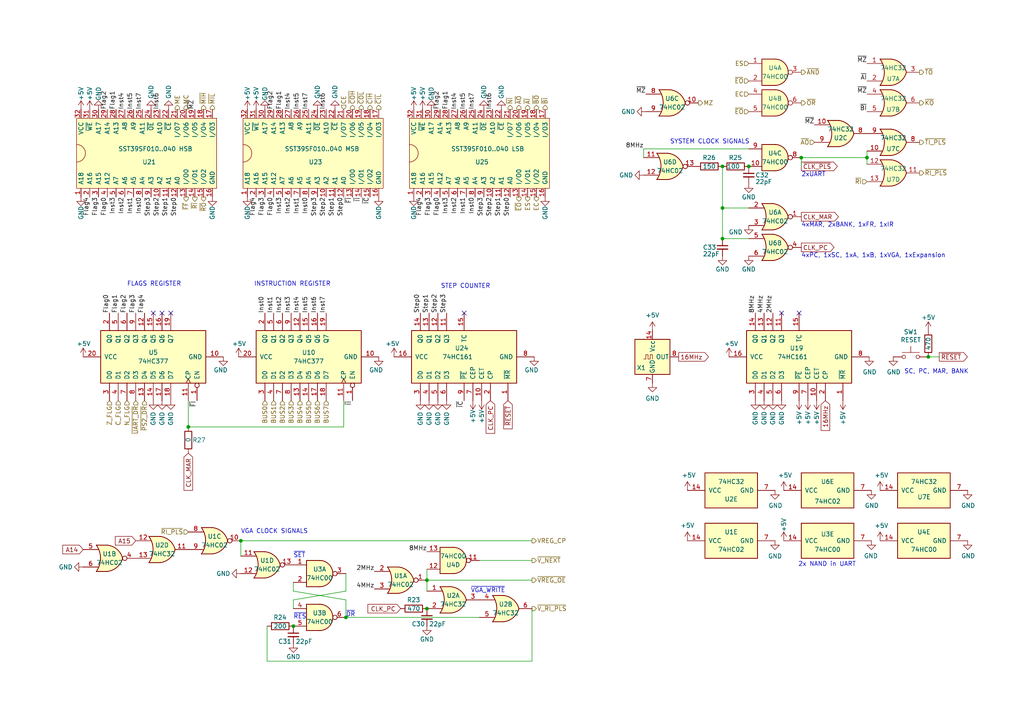
<source format=kicad_sch>
(kicad_sch (version 20211123) (generator eeschema)
  (paper "A4")
  (title_block (title "Control Logic") (date "2023-12-11") (rev "1.1") (comment 2 "creativecommons.org/licenses/by-nc-sa/4.0/") (comment 3 "This work is licensed under CC BY-NC-SA 4.0") (comment 4 "Author: Carsten Herting (slu4)"))
  (lib_symbols
    (symbol "74xx:74HC00" (pin_names (offset 1.016))
      (property "Reference" "U" (at 0 1.27 0))
      (property "Value" "74HC00" (at 0 -1.27 0))
      (symbol "74HC00_1_1"
        (pin input line (at -7.62 2.54 0) (length 3.81) (name "~") (number "1"))
        (pin input line (at -7.62 -2.54 0) (length 3.81) (name "~") (number "2"))
        (pin output inverted (at 7.62 0 180) (length 3.81) (name "~") (number "3"))
      )
      (symbol "74HC00_1_2"
        (pin input inverted (at -7.62 2.54 0) (length 4.318) (name "~") (number "1"))
        (pin input inverted (at -7.62 -2.54 0) (length 4.318) (name "~") (number "2"))
        (pin output line (at 7.62 0 180) (length 3.81) (name "~") (number "3"))
      )
      (symbol "74HC00_2_1"
        (pin input line (at -7.62 2.54 0) (length 3.81) (name "~") (number "4"))
        (pin input line (at -7.62 -2.54 0) (length 3.81) (name "~") (number "5"))
        (pin output inverted (at 7.62 0 180) (length 3.81) (name "~") (number "6"))
      )
      (symbol "74HC00_2_2"
        (pin input inverted (at -7.62 2.54 0) (length 4.318) (name "~") (number "4"))
        (pin input inverted (at -7.62 -2.54 0) (length 4.318) (name "~") (number "5"))
        (pin output line (at 7.62 0 180) (length 3.81) (name "~") (number "6"))
      )
      (symbol "74HC00_3_1"
        (pin input line (at -7.62 -2.54 0) (length 3.81) (name "~") (number "10"))
        (pin output inverted (at 7.62 0 180) (length 3.81) (name "~") (number "8"))
        (pin input line (at -7.62 2.54 0) (length 3.81) (name "~") (number "9"))
      )
      (symbol "74HC00_3_2"
        (pin input inverted (at -7.62 -2.54 0) (length 4.318) (name "~") (number "10"))
        (pin output line (at 7.62 0 180) (length 3.81) (name "~") (number "8"))
        (pin input inverted (at -7.62 2.54 0) (length 4.318) (name "~") (number "9"))
      )
      (symbol "74HC00_4_1"
        (pin output inverted (at 7.62 0 180) (length 3.81) (name "~") (number "11"))
        (pin input line (at -7.62 2.54 0) (length 3.81) (name "~") (number "12"))
        (pin input line (at -7.62 -2.54 0) (length 3.81) (name "~") (number "13"))
      )
      (symbol "74HC00_4_2"
        (pin output line (at 7.62 0 180) (length 3.81) (name "~") (number "11"))
        (pin input inverted (at -7.62 2.54 0) (length 4.318) (name "~") (number "12"))
        (pin input inverted (at -7.62 -2.54 0) (length 4.318) (name "~") (number "13"))
      )
      (symbol "74HC00_5_0"
        (pin power_in line (at 0 12.7 270) (length 5.08) (name "VCC") (number "14"))
        (pin power_in line (at 0 -12.7 90) (length 5.08) (name "GND") (number "7"))
      )
    )
    (symbol "8-Bit CPU 32k-cache:74HC00" (pin_names (offset 1.016))
      (property "Reference" "U" (at 0 1.27 0))
      (property "Value" "74HC00" (at 0 -1.27 0))
      (symbol "74HC00_1_1"
        (pin input line (at -7.62 2.54 0) (length 3.81) (name "~") (number "1"))
        (pin input line (at -7.62 -2.54 0) (length 3.81) (name "~") (number "2"))
        (pin output inverted (at 7.62 0 180) (length 3.81) (name "~") (number "3"))
      )
      (symbol "74HC00_1_2"
        (pin input inverted (at -7.62 2.54 0) (length 4.318) (name "~") (number "1"))
        (pin input inverted (at -7.62 -2.54 0) (length 4.318) (name "~") (number "2"))
        (pin output line (at 7.62 0 180) (length 3.81) (name "~") (number "3"))
      )
      (symbol "74HC00_2_1"
        (pin input line (at -7.62 2.54 0) (length 3.81) (name "~") (number "4"))
        (pin input line (at -7.62 -2.54 0) (length 3.81) (name "~") (number "5"))
        (pin output inverted (at 7.62 0 180) (length 3.81) (name "~") (number "6"))
      )
      (symbol "74HC00_2_2"
        (pin input inverted (at -7.62 2.54 0) (length 4.318) (name "~") (number "4"))
        (pin input inverted (at -7.62 -2.54 0) (length 4.318) (name "~") (number "5"))
        (pin output line (at 7.62 0 180) (length 3.81) (name "~") (number "6"))
      )
      (symbol "74HC00_3_1"
        (pin input line (at -7.62 -2.54 0) (length 3.81) (name "~") (number "10"))
        (pin output inverted (at 7.62 0 180) (length 3.81) (name "~") (number "8"))
        (pin input line (at -7.62 2.54 0) (length 3.81) (name "~") (number "9"))
      )
      (symbol "74HC00_3_2"
        (pin input inverted (at -7.62 -2.54 0) (length 4.318) (name "~") (number "10"))
        (pin output line (at 7.62 0 180) (length 3.81) (name "~") (number "8"))
        (pin input inverted (at -7.62 2.54 0) (length 4.318) (name "~") (number "9"))
      )
      (symbol "74HC00_4_1"
        (pin output inverted (at 7.62 0 180) (length 3.81) (name "~") (number "11"))
        (pin input line (at -7.62 2.54 0) (length 3.81) (name "~") (number "12"))
        (pin input line (at -7.62 -2.54 0) (length 3.81) (name "~") (number "13"))
      )
      (symbol "74HC00_4_2"
        (pin output line (at 7.62 0 180) (length 3.81) (name "~") (number "11"))
        (pin input inverted (at -7.62 2.54 0) (length 4.318) (name "~") (number "12"))
        (pin input inverted (at -7.62 -2.54 0) (length 4.318) (name "~") (number "13"))
      )
      (symbol "74HC00_5_0"
        (pin power_in line (at 0 12.7 270) (length 5.08) (name "VCC") (number "14"))
        (pin power_in line (at 0 -12.7 90) (length 5.08) (name "GND") (number "7"))
      )
    )
    (symbol "8-Bit CPU 32k-cache:74HC02" (pin_names (offset 1.016))
      (property "Reference" "U" (at 0 1.27 0))
      (property "Value" "74HC02" (at 0 -1.27 0))
      (symbol "74HC02_1_1"
        (pin output inverted (at 7.62 0 180) (length 3.81) (name "~") (number "1"))
        (pin input line (at -7.62 2.54 0) (length 4.318) (name "~") (number "2"))
        (pin input line (at -7.62 -2.54 0) (length 4.318) (name "~") (number "3"))
      )
      (symbol "74HC02_1_2"
        (pin output line (at 7.62 0 180) (length 3.81) (name "~") (number "1"))
        (pin input inverted (at -7.62 2.54 0) (length 3.81) (name "~") (number "2"))
        (pin input inverted (at -7.62 -2.54 0) (length 3.81) (name "~") (number "3"))
      )
      (symbol "74HC02_2_1"
        (pin output inverted (at 7.62 0 180) (length 3.81) (name "~") (number "4"))
        (pin input line (at -7.62 2.54 0) (length 4.318) (name "~") (number "5"))
        (pin input line (at -7.62 -2.54 0) (length 4.318) (name "~") (number "6"))
      )
      (symbol "74HC02_2_2"
        (pin output line (at 7.62 0 180) (length 3.81) (name "~") (number "4"))
        (pin input inverted (at -7.62 2.54 0) (length 3.81) (name "~") (number "5"))
        (pin input inverted (at -7.62 -2.54 0) (length 3.81) (name "~") (number "6"))
      )
      (symbol "74HC02_3_1"
        (pin output inverted (at 7.62 0 180) (length 3.81) (name "~") (number "10"))
        (pin input line (at -7.62 2.54 0) (length 4.318) (name "~") (number "8"))
        (pin input line (at -7.62 -2.54 0) (length 4.318) (name "~") (number "9"))
      )
      (symbol "74HC02_3_2"
        (pin output line (at 7.62 0 180) (length 3.81) (name "~") (number "10"))
        (pin input inverted (at -7.62 2.54 0) (length 3.81) (name "~") (number "8"))
        (pin input inverted (at -7.62 -2.54 0) (length 3.81) (name "~") (number "9"))
      )
      (symbol "74HC02_4_1"
        (pin input line (at -7.62 2.54 0) (length 4.318) (name "~") (number "11"))
        (pin input line (at -7.62 -2.54 0) (length 4.318) (name "~") (number "12"))
        (pin output inverted (at 7.62 0 180) (length 3.81) (name "~") (number "13"))
      )
      (symbol "74HC02_4_2"
        (pin input inverted (at -7.62 2.54 0) (length 3.81) (name "~") (number "11"))
        (pin input inverted (at -7.62 -2.54 0) (length 3.81) (name "~") (number "12"))
        (pin output line (at 7.62 0 180) (length 3.81) (name "~") (number "13"))
      )
      (symbol "74HC02_5_0"
        (pin power_in line (at 0 12.7 270) (length 5.08) (name "VCC") (number "14"))
        (pin power_in line (at 0 -12.7 90) (length 5.08) (name "GND") (number "7"))
      )
    )
    (symbol "8-Bit CPU 32k-cache:Oscillator_ACO-xxxMHz" (pin_names (offset 0.254))
      (property "Reference" "X" (at -5.08 6.35 0))
      (property "Value" "Oscillator_ACO-xxxMHz" (at 1.27 -6.35 0))
      (symbol "Oscillator_ACO-xxxMHz_1_1"
        (pin no_connect line (at -7.62 0 0) (length 2.54) hide (name "NC") (number "1"))
        (pin power_in line (at 0 7.62 270) (length 2.54) (name "Vcc") (number "14"))
        (pin power_in line (at 0 -7.62 90) (length 2.54) (name "GND") (number "7"))
        (pin output line (at 7.62 0 180) (length 2.54) (name "OUT") (number "8"))
      )
    )
    (symbol "8-Bit CPU 32k:74HC161" (pin_names (offset 1.016))
      (property "Reference" "U" (at -7.62 16.51 0))
      (property "Value" "74HC161" (at -7.62 -16.51 0))
      (symbol "74HC161_1_0"
        (pin input line (at -12.7 -12.7 0) (length 5.08) (name "~{MR}") (number "1"))
        (pin input line (at -12.7 -5.08 0) (length 5.08) (name "CET") (number "10"))
        (pin output line (at 12.7 5.08 180) (length 5.08) (name "Q3") (number "11"))
        (pin output line (at 12.7 7.62 180) (length 5.08) (name "Q2") (number "12"))
        (pin output line (at 12.7 10.16 180) (length 5.08) (name "Q1") (number "13"))
        (pin output line (at 12.7 12.7 180) (length 5.08) (name "Q0") (number "14"))
        (pin output line (at 12.7 0 180) (length 5.08) (name "TC") (number "15"))
        (pin power_in line (at 0 20.32 270) (length 5.08) (name "VCC") (number "16"))
        (pin input line (at -12.7 -7.62 0) (length 5.08) (name "CP") (number "2"))
        (pin input line (at -12.7 12.7 0) (length 5.08) (name "D0") (number "3"))
        (pin input line (at -12.7 10.16 0) (length 5.08) (name "D1") (number "4"))
        (pin input line (at -12.7 7.62 0) (length 5.08) (name "D2") (number "5"))
        (pin input line (at -12.7 5.08 0) (length 5.08) (name "D3") (number "6"))
        (pin input line (at -12.7 -2.54 0) (length 5.08) (name "CEP") (number "7"))
        (pin power_in line (at 0 -20.32 90) (length 5.08) (name "GND") (number "8"))
        (pin input line (at -12.7 0 0) (length 5.08) (name "~{PE}") (number "9"))
      )
    )
    (symbol "8-Bit CPU 32k:74HC32" (pin_names (offset 1.016))
      (property "Reference" "U" (at 0 1.27 0))
      (property "Value" "74HC32" (at 0 -1.27 0))
      (symbol "74HC32_1_1"
        (pin input line (at -7.62 2.54 0) (length 4.318) (name "~") (number "1"))
        (pin input line (at -7.62 -2.54 0) (length 4.318) (name "~") (number "2"))
        (pin output line (at 7.62 0 180) (length 3.81) (name "~") (number "3"))
      )
      (symbol "74HC32_1_2"
        (pin input inverted (at -7.62 2.54 0) (length 3.81) (name "~") (number "1"))
        (pin input inverted (at -7.62 -2.54 0) (length 3.81) (name "~") (number "2"))
        (pin output inverted (at 7.62 0 180) (length 3.81) (name "~") (number "3"))
      )
      (symbol "74HC32_2_1"
        (pin input line (at -7.62 2.54 0) (length 4.318) (name "~") (number "4"))
        (pin input line (at -7.62 -2.54 0) (length 4.318) (name "~") (number "5"))
        (pin output line (at 7.62 0 180) (length 3.81) (name "~") (number "6"))
      )
      (symbol "74HC32_2_2"
        (pin input inverted (at -7.62 2.54 0) (length 3.81) (name "~") (number "4"))
        (pin input inverted (at -7.62 -2.54 0) (length 3.81) (name "~") (number "5"))
        (pin output inverted (at 7.62 0 180) (length 3.81) (name "~") (number "6"))
      )
      (symbol "74HC32_3_1"
        (pin input line (at -7.62 -2.54 0) (length 4.318) (name "~") (number "10"))
        (pin output line (at 7.62 0 180) (length 3.81) (name "~") (number "8"))
        (pin input line (at -7.62 2.54 0) (length 4.318) (name "~") (number "9"))
      )
      (symbol "74HC32_3_2"
        (pin input inverted (at -7.62 -2.54 0) (length 3.81) (name "~") (number "10"))
        (pin output inverted (at 7.62 0 180) (length 3.81) (name "~") (number "8"))
        (pin input inverted (at -7.62 2.54 0) (length 3.81) (name "~") (number "9"))
      )
      (symbol "74HC32_4_1"
        (pin output line (at 7.62 0 180) (length 3.81) (name "~") (number "11"))
        (pin input line (at -7.62 2.54 0) (length 4.318) (name "~") (number "12"))
        (pin input line (at -7.62 -2.54 0) (length 4.318) (name "~") (number "13"))
      )
      (symbol "74HC32_4_2"
        (pin output inverted (at 7.62 0 180) (length 3.81) (name "~") (number "11"))
        (pin input inverted (at -7.62 2.54 0) (length 3.81) (name "~") (number "12"))
        (pin input inverted (at -7.62 -2.54 0) (length 3.81) (name "~") (number "13"))
      )
      (symbol "74HC32_5_0"
        (pin power_in line (at 0 12.7 270) (length 5.08) (name "VCC") (number "14"))
        (pin power_in line (at 0 -12.7 90) (length 5.08) (name "GND") (number "7"))
      )
    )
    (symbol "8-Bit CPU 32k:74HC377" (pin_names (offset 1.016))
      (property "Reference" "U" (at 1.27 0 90))
      (property "Value" "74HC377" (at -1.27 0 90))
      (symbol "74HC377_1_0"
        (pin input inverted (at -12.7 -12.7 0) (length 5.08) (name "EN") (number "1"))
        (pin power_in line (at 0 -20.32 90) (length 5.08) (name "GND") (number "10"))
        (pin input clock (at -12.7 -10.16 0) (length 5.08) (name "CP") (number "11"))
        (pin output line (at 12.7 2.54 180) (length 5.08) (name "Q4") (number "12"))
        (pin input line (at -12.7 2.54 0) (length 5.08) (name "D4") (number "13"))
        (pin input line (at -12.7 0 0) (length 5.08) (name "D5") (number "14"))
        (pin output line (at 12.7 0 180) (length 5.08) (name "Q5") (number "15"))
        (pin output line (at 12.7 -2.54 180) (length 5.08) (name "Q6") (number "16"))
        (pin input line (at -12.7 -2.54 0) (length 5.08) (name "D6") (number "17"))
        (pin input line (at -12.7 -5.08 0) (length 5.08) (name "D7") (number "18"))
        (pin output line (at 12.7 -5.08 180) (length 5.08) (name "Q7") (number "19"))
        (pin output line (at 12.7 12.7 180) (length 5.08) (name "Q0") (number "2"))
        (pin power_in line (at 0 20.32 270) (length 5.08) (name "VCC") (number "20"))
        (pin input line (at -12.7 12.7 0) (length 5.08) (name "D0") (number "3"))
        (pin input line (at -12.7 10.16 0) (length 5.08) (name "D1") (number "4"))
        (pin output line (at 12.7 10.16 180) (length 5.08) (name "Q1") (number "5"))
        (pin output line (at 12.7 7.62 180) (length 5.08) (name "Q2") (number "6"))
        (pin input line (at -12.7 7.62 0) (length 5.08) (name "D2") (number "7"))
        (pin input line (at -12.7 5.08 0) (length 5.08) (name "D3") (number "8"))
        (pin output line (at 12.7 5.08 180) (length 5.08) (name "Q3") (number "9"))
      )
    )
    (symbol "8-Bit CPU 32k:SST39SF040A" (pin_names (offset 1.016))
      (property "Reference" "U" (at -1.27 2.54 90))
      (property "Value" "SST39SF040A" (at 2.54 2.54 90))
      (symbol "SST39SF040A_1_1"
        (pin input line (at -12.7 22.86 0) (length 2.54) (name "A18") (number "1"))
        (pin input line (at -12.7 0 0) (length 2.54) (name "A2") (number "10"))
        (pin input line (at -12.7 -2.54 0) (length 2.54) (name "A1") (number "11"))
        (pin input line (at -12.7 -5.08 0) (length 2.54) (name "A0") (number "12"))
        (pin bidirectional line (at -12.7 -7.62 0) (length 2.54) (name "I/O0") (number "13"))
        (pin bidirectional line (at -12.7 -10.16 0) (length 2.54) (name "I/O1") (number "14"))
        (pin bidirectional line (at -12.7 -12.7 0) (length 2.54) (name "I/O2") (number "15"))
        (pin power_in line (at -12.7 -15.24 0) (length 2.54) (name "GND") (number "16"))
        (pin bidirectional line (at 12.7 -15.24 180) (length 2.54) (name "I/O3") (number "17"))
        (pin bidirectional line (at 12.7 -12.7 180) (length 2.54) (name "I/O4") (number "18"))
        (pin bidirectional line (at 12.7 -10.16 180) (length 2.54) (name "I/O5") (number "19"))
        (pin input line (at -12.7 20.32 0) (length 2.54) (name "A16") (number "2"))
        (pin bidirectional line (at 12.7 -7.62 180) (length 2.54) (name "I/O6") (number "20"))
        (pin bidirectional line (at 12.7 -5.08 180) (length 2.54) (name "I/O7") (number "21"))
        (pin input line (at 12.7 -2.54 180) (length 2.54) (name "~{CE}") (number "22"))
        (pin input line (at 12.7 0 180) (length 2.54) (name "A10") (number "23"))
        (pin input line (at 12.7 2.54 180) (length 2.54) (name "~{OE}") (number "24"))
        (pin input line (at 12.7 5.08 180) (length 2.54) (name "A11") (number "25"))
        (pin input line (at 12.7 7.62 180) (length 2.54) (name "A9") (number "26"))
        (pin input line (at 12.7 10.16 180) (length 2.54) (name "A8") (number "27"))
        (pin input line (at 12.7 12.7 180) (length 2.54) (name "A13") (number "28"))
        (pin input line (at 12.7 15.24 180) (length 2.54) (name "A14") (number "29"))
        (pin input line (at -12.7 17.78 0) (length 2.54) (name "A15") (number "3"))
        (pin input line (at 12.7 17.78 180) (length 2.54) (name "A17") (number "30"))
        (pin input line (at 12.7 20.32 180) (length 2.54) (name "~{WE}") (number "31"))
        (pin power_in line (at 12.7 22.86 180) (length 2.54) (name "VCC") (number "32"))
        (pin input line (at -12.7 15.24 0) (length 2.54) (name "A12") (number "4"))
        (pin input line (at -12.7 12.7 0) (length 2.54) (name "A7") (number "5"))
        (pin input line (at -12.7 10.16 0) (length 2.54) (name "A6") (number "6"))
        (pin input line (at -12.7 7.62 0) (length 2.54) (name "A5") (number "7"))
        (pin input line (at -12.7 5.08 0) (length 2.54) (name "A4") (number "8"))
        (pin input line (at -12.7 2.54 0) (length 2.54) (name "A3") (number "9"))
      )
    )
    (symbol "Device:C_Small" (pin_numbers hide) (pin_names (offset 0.254) hide)
      (property "Reference" "C" (at 0.254 1.778 0))
      (property "Value" "C_Small" (at 0.254 -2.032 0))
      (symbol "C_Small_1_1"
        (pin passive line (at 0 2.54 270) (length 2.032) (name "~") (number "1"))
        (pin passive line (at 0 -2.54 90) (length 2.032) (name "~") (number "2"))
      )
    )
    (symbol "Device:R" (pin_numbers hide) (pin_names (offset 0))
      (property "Reference" "R" (at 2.032 0 90))
      (property "Value" "R" (at 0 0 90))
      (symbol "R_1_1"
        (pin passive line (at 0 3.81 270) (length 1.27) (name "~") (number "1"))
        (pin passive line (at 0 -3.81 90) (length 1.27) (name "~") (number "2"))
      )
    )
    (symbol "Switch:SW_Push" (pin_numbers hide) (pin_names (offset 1.016) hide)
      (property "Reference" "SW" (at 1.27 2.54 0))
      (property "Value" "SW_Push" (at 0 -1.524 0))
      (symbol "SW_Push_0_1"
        (pin passive line (at -5.08 0 0) (length 2.54) (name "1") (number "1"))
        (pin passive line (at 5.08 0 180) (length 2.54) (name "2") (number "2"))
      )
    )
    (symbol "power:+5V" (power) (pin_names (offset 0))
      (property "Value" "+5V" (at 0 3.556 0))
      (symbol "+5V_1_1"
        (pin power_in line (at 0 0 90) (length 0) hide (name "+5V") (number "1"))
      )
    )
    (symbol "power:GND" (power) (pin_names (offset 0))
      (property "Value" "GND" (at 0 -3.81 0))
      (symbol "GND_1_1"
        (pin power_in line (at 0 0 270) (length 0) hide (name "GND") (number "1"))
      )
    )
  )
  (junction (at 209.55 69.215))
  (junction (at 100.33 179.07))
  (junction (at 217.17 48.26))
  (junction (at 209.55 48.26))
  (junction (at 69.85 156.845))
  (junction (at 269.24 103.505))
  (junction (at 123.825 168.275))
  (junction (at 123.825 176.53))
  (junction (at 209.55 60.325))
  (junction (at 232.41 45.72))
  (junction (at 54.61 123.825))
  (junction (at 251.46 45.72))
  (junction (at 85.09 181.61))
  (no_connect (at 226.695 90.805))
  (no_connect (at 49.53 90.805))
  (no_connect (at 44.45 90.805))
  (no_connect (at 46.99 90.805))
  (no_connect (at 231.775 90.805))
  (no_connect (at 134.62 90.805))
  (wire (pts (xy 85.09 176.53) (xy 85.09 173.99)))
  (wire (pts (xy 54.61 116.205) (xy 54.61 123.825)))
  (wire (pts (xy 186.69 43.18) (xy 217.17 43.18)))
  (wire (pts (xy 85.09 171.45) (xy 100.33 173.99)))
  (wire (pts (xy 69.85 156.845) (xy 69.85 161.29)))
  (wire (pts (xy 123.825 171.45) (xy 123.825 168.275)))
  (wire (pts (xy 232.41 48.26) (xy 232.41 45.72)))
  (wire (pts (xy 77.47 181.61) (xy 77.47 191.77)))
  (wire (pts (xy 209.55 60.325) (xy 217.17 60.325)))
  (wire (pts (xy 100.33 171.45) (xy 100.33 166.37)))
  (wire (pts (xy 99.695 123.825) (xy 99.695 116.205)))
  (wire (pts (xy 100.33 179.07) (xy 139.065 179.07)))
  (wire (pts (xy 77.47 191.77) (xy 154.305 191.77)))
  (wire (pts (xy 272.415 103.505) (xy 269.24 103.505)))
  (wire (pts (xy 251.46 45.72) (xy 251.46 43.815)))
  (wire (pts (xy 54.61 123.825) (xy 99.695 123.825)))
  (wire (pts (xy 85.09 168.91) (xy 85.09 171.45)))
  (wire (pts (xy 209.55 48.26) (xy 209.55 60.325)))
  (wire (pts (xy 154.305 168.275) (xy 123.825 168.275)))
  (wire (pts (xy 154.305 176.53) (xy 154.305 191.77)))
  (wire (pts (xy 209.55 60.325) (xy 209.55 69.215)))
  (wire (pts (xy 154.305 162.56) (xy 139.065 162.56)))
  (wire (pts (xy 186.69 45.72) (xy 186.69 43.18)))
  (wire (pts (xy 100.33 173.99) (xy 100.33 179.07)))
  (wire (pts (xy 85.09 173.99) (xy 100.33 171.45)))
  (wire (pts (xy 232.41 45.72) (xy 251.46 45.72)))
  (wire (pts (xy 154.305 156.845) (xy 69.85 156.845)))
  (wire (pts (xy 251.46 47.625) (xy 251.46 45.72)))
  (wire (pts (xy 209.55 69.215) (xy 217.17 69.215)))
  (wire (pts (xy 123.825 168.275) (xy 123.825 165.1)))
  (text "SYSTEM CLOCK SIGNALS" (at 194.31 41.91 0) (effects (font (size 1.27 1.27)) (justify left bottom)))
  (text "VGA CLOCK SIGNALS" (at 69.85 154.94 0) (effects (font (size 1.27 1.27)) (justify left bottom)))
  (text "4xPC, 1xSC, 1xA, 1xB, 1xVGA, 1xExpansion" (at 232.41 74.93 0) (effects (font (size 1.27 1.27)) (justify left bottom)))
  (text "~{VGA_WRITE}" (at 136.525 172.085 0) (effects (font (size 1.27 1.27)) (justify left bottom)))
  (text "~{SET}" (at 85.09 161.925 0) (effects (font (size 1.27 1.27)) (justify left bottom)))
  (text "2xUART" (at 232.41 51.435 0) (effects (font (size 1.27 1.27)) (justify left bottom)))
  (text "SC, PC, MAR, BANK\n" (at 262.255 108.585 0) (effects (font (size 1.27 1.27)) (justify left bottom)))
  (text "INSTRUCTION REGISTER" (at 73.66 83.185 0) (effects (font (size 1.27 1.27)) (justify left bottom)))
  (text "4xMAR, 2xBANK, 1xFR, 1xIR" (at 232.41 66.04 0) (effects (font (size 1.27 1.27)) (justify left bottom)))
  (text "2x NAND in UART" (at 248.285 164.465 180) (effects (font (size 1.27 1.27)) (justify right bottom)))
  (text "~{RES}" (at 85.09 179.705 0) (effects (font (size 1.27 1.27)) (justify left bottom)))
  (text "STEP COUNTER" (at 142.24 83.82 180) (effects (font (size 1.27 1.27)) (justify right bottom)))
  (text "FLAGS REGISTER" (at 36.83 83.185 0) (effects (font (size 1.27 1.27)) (justify left bottom)))
  (text "~{DR}" (at 100.33 179.07 0) (effects (font (size 1.27 1.27)) (justify left bottom)))
  (label "Inst0" (at 76.835 90.805 90))
  (label "Flag1" (at 81.915 31.75 90))
  (label "Inst5" (at 86.995 31.75 90))
  (label "Inst6" (at 94.615 31.75 90))
  (label "Step0" (at 51.435 57.15 270))
  (label "8MHz" (at 186.69 43.18 180))
  (label "Inst6" (at 142.875 31.75 90))
  (label "Step1" (at 48.895 57.15 270))
  (label "Step2" (at 94.615 57.15 270))
  (label "Inst7" (at 41.275 31.75 90))
  (label "Inst2" (at 36.195 57.15 270))
  (label "Inst4" (at 84.455 31.75 90))
  (label "~{MZ}" (at 251.46 18.415 180))
  (label "Flag2" (at 127.635 31.75 90))
  (label "Flag2" (at 79.375 31.75 90))
  (label "Inst3" (at 130.175 57.15 270))
  (label "Inst5" (at 89.535 90.805 90))
  (label "~{IC}" (at 134.62 116.205 270))
  (label "Step0" (at 99.695 57.15 270))
  (label "Flag2" (at 31.115 31.75 90))
  (label "Flag4" (at 122.555 57.15 270))
  (label "Flag1" (at 34.29 90.805 90))
  (label "Flag3" (at 125.095 57.15 270))
  (label "4MHz" (at 221.615 90.805 90))
  (label "~{MZ}" (at 236.22 36.195 180))
  (label "Step3" (at 92.075 57.15 270))
  (label "Step2" (at 46.355 57.15 270))
  (label "Inst1" (at 86.995 57.15 270))
  (label "~{FI}" (at 57.15 116.205 270))
  (label "~{MZ}" (at 56.515 31.75 90))
  (label "Flag0" (at 31.75 90.805 90))
  (label "Flag0" (at 31.115 57.15 270))
  (label "Inst1" (at 79.375 90.805 90))
  (label "Inst0" (at 137.795 57.15 270))
  (label "Inst2" (at 132.715 57.15 270))
  (label "Inst2" (at 84.455 57.15 270))
  (label "Inst7" (at 94.615 90.805 90))
  (label "Inst6" (at 46.355 31.75 90))
  (label "8MHz" (at 123.825 160.02 180))
  (label "Flag3" (at 76.835 57.15 270))
  (label "Inst5" (at 38.735 31.75 90))
  (label "Inst3" (at 84.455 90.805 90))
  (label "~{II}" (at 104.775 57.15 270))
  (label "Inst3" (at 81.915 57.15 270))
  (label "Step1" (at 124.46 90.805 90))
  (label "Inst2" (at 81.915 90.805 90))
  (label "Flag4" (at 74.295 57.15 270))
  (label "8MHz" (at 219.075 90.805 90))
  (label "~{MZ}" (at 187.325 27.305 180))
  (label "Flag1" (at 33.655 31.75 90))
  (label "Step0" (at 147.955 57.15 270))
  (label "Flag4" (at 26.035 57.15 270))
  (label "Flag3" (at 39.37 90.805 90))
  (label "Flag2" (at 36.83 90.805 90))
  (label "Step1" (at 145.415 57.15 270))
  (label "~{BI}" (at 251.46 32.385 180))
  (label "Flag3" (at 28.575 57.15 270))
  (label "Inst4" (at 36.195 31.75 90))
  (label "Step0" (at 121.92 90.805 90))
  (label "~{AI}" (at 251.46 23.495 180))
  (label "4MHz" (at 108.585 170.815 180))
  (label "2MHz" (at 224.155 90.805 90))
  (label "Inst1" (at 135.255 57.15 270))
  (label "~{MZ}" (at 251.46 27.305 180))
  (label "Inst6" (at 92.075 90.805 90))
  (label "Flag4" (at 41.91 90.805 90))
  (label "Step3" (at 140.335 57.15 270))
  (label "Step3" (at 129.54 90.805 90))
  (label "~{FI}" (at 102.235 57.15 270))
  (label "Inst5" (at 135.255 31.75 90))
  (label "Flag1" (at 130.175 31.75 90))
  (label "Inst0" (at 41.275 57.15 270))
  (label "Inst3" (at 33.655 57.15 270))
  (label "Inst4" (at 132.715 31.75 90))
  (label "Step2" (at 127 90.805 90))
  (label "Inst7" (at 137.795 31.75 90))
  (label "Step3" (at 43.815 57.15 270))
  (label "Inst0" (at 89.535 57.15 270))
  (label "~{II}" (at 102.235 116.205 270))
  (label "Step2" (at 142.875 57.15 270))
  (label "2MHz" (at 108.585 165.735 180))
  (label "Inst7" (at 89.535 31.75 90))
  (label "Flag0" (at 79.375 57.15 270))
  (label "Inst1" (at 38.735 57.15 270))
  (label "~{IC}" (at 107.315 57.15 270))
  (label "Flag0" (at 127.635 57.15 270))
  (label "Inst4" (at 86.995 90.805 90))
  (label "Step1" (at 97.155 57.15 270))
  (global_label "CLK_PC" (shape output) (at 232.41 71.755 0) (property "Intersheet References" "${INTERSHEET_REFS}" (effects hide)))
  (global_label "~{RESET}" (shape input) (at 147.32 116.205 270) (property "Intersheet References" "${INTERSHEET_REFS}" (effects hide)))
  (global_label "A15" (shape input) (at 39.37 156.845 180) (property "Intersheet References" "${INTERSHEET_REFS}" (effects hide)))
  (global_label "A14" (shape input) (at 24.13 159.385 180) (property "Intersheet References" "${INTERSHEET_REFS}" (effects hide)))
  (global_label "~{CLK_PLS}" (shape output) (at 232.41 48.26 0) (property "Intersheet References" "${INTERSHEET_REFS}" (effects hide)))
  (global_label "CLK_MAR" (shape output) (at 232.41 62.865 0) (property "Intersheet References" "${INTERSHEET_REFS}" (effects hide)))
  (global_label "~{RESET}" (shape output) (at 272.415 103.505 0) (property "Intersheet References" "${INTERSHEET_REFS}" (effects hide)))
  (global_label "CLK_PC" (shape input) (at 142.24 116.205 270) (property "Intersheet References" "${INTERSHEET_REFS}" (effects hide)))
  (global_label "CLK_MAR" (shape input) (at 54.61 131.445 270) (property "Intersheet References" "${INTERSHEET_REFS}" (effects hide)))
  (global_label "CLK_PC" (shape input) (at 116.205 176.53 180) (property "Intersheet References" "${INTERSHEET_REFS}" (effects hide)))
  (global_label "16MHz" (shape input) (at 239.395 116.205 270) (property "Intersheet References" "${INTERSHEET_REFS}" (effects hide)))
  (global_label "16MHz" (shape output) (at 196.85 103.505 0) (property "Intersheet References" "${INTERSHEET_REFS}" (effects hide)))
  (hierarchical_label "~{RI_PLS}" (shape output) (at 266.7 50.165 0))
  (hierarchical_label "~{PS2_DR}" (shape input) (at 41.91 116.205 270))
  (hierarchical_label "~{AO}" (shape output) (at 150.495 31.75 90))
  (hierarchical_label "~{V_NEXT}" (shape output) (at 154.305 162.56 0))
  (hierarchical_label "BUS6" (shape input) (at 92.075 116.205 270))
  (hierarchical_label "~{CIH}" (shape output) (at 107.315 31.75 90))
  (hierarchical_label "CE" (shape input) (at 99.695 31.75 90))
  (hierarchical_label "BUS2" (shape input) (at 81.915 116.205 270))
  (hierarchical_label "BUS5" (shape input) (at 89.535 116.205 270))
  (hierarchical_label "~{EO}" (shape output) (at 150.495 57.15 270))
  (hierarchical_label "~{CIL}" (shape output) (at 109.855 31.75 90))
  (hierarchical_label "ES" (shape input) (at 217.17 18.415 180))
  (hierarchical_label "~{MIH}" (shape output) (at 59.055 31.75 90))
  (hierarchical_label "BUS3" (shape input) (at 84.455 116.205 270))
  (hierarchical_label "~{RI}" (shape input) (at 251.46 52.705 180))
  (hierarchical_label "ES" (shape output) (at 153.035 57.15 270))
  (hierarchical_label "EC" (shape input) (at 217.17 27.305 180))
  (hierarchical_label "~{EO}" (shape input) (at 217.17 32.385 180))
  (hierarchical_label "~{VREG_OE}" (shape output) (at 154.305 168.275 0))
  (hierarchical_label "~{KO}" (shape output) (at 266.7 29.845 0))
  (hierarchical_label "MC" (shape output) (at 53.975 31.75 90))
  (hierarchical_label "~{COH}" (shape output) (at 102.235 31.75 90))
  (hierarchical_label "~{FF}" (shape output) (at 53.975 57.15 270))
  (hierarchical_label "BUS0" (shape input) (at 76.835 116.205 270))
  (hierarchical_label "~{V_RI_PLS}" (shape output) (at 154.305 176.53 0))
  (hierarchical_label "~{AND}" (shape output) (at 232.41 20.955 0))
  (hierarchical_label "EC" (shape output) (at 155.575 57.15 270))
  (hierarchical_label "~{OR}" (shape output) (at 232.41 29.845 0))
  (hierarchical_label "BUS7" (shape input) (at 94.615 116.205 270))
  (hierarchical_label "ME" (shape output) (at 51.435 31.75 90))
  (hierarchical_label "~{RO}" (shape output) (at 59.055 57.15 270))
  (hierarchical_label "Z_FLG" (shape input) (at 31.75 116.205 270))
  (hierarchical_label "VREG_CP" (shape output) (at 154.305 156.845 0))
  (hierarchical_label "~{AI}" (shape output) (at 153.035 31.75 90))
  (hierarchical_label "~{TI_PLS}" (shape output) (at 266.7 41.275 0))
  (hierarchical_label "N_FLG" (shape input) (at 36.83 116.205 270))
  (hierarchical_label "~{UART_DR}" (shape input) (at 39.37 116.205 270))
  (hierarchical_label "~{BI}" (shape output) (at 158.115 31.75 90))
  (hierarchical_label "~{RI_PLS}" (shape input) (at 54.61 154.305 180))
  (hierarchical_label "~{TO}" (shape output) (at 266.7 20.955 0))
  (hierarchical_label "~{AO}" (shape input) (at 236.22 41.275 180))
  (hierarchical_label "BUS4" (shape input) (at 86.995 116.205 270))
  (hierarchical_label "C_FLG" (shape input) (at 34.29 116.205 270))
  (hierarchical_label "MZ" (shape output) (at 202.565 29.845 0))
  (hierarchical_label "~{NI}" (shape output) (at 147.955 31.75 90))
  (hierarchical_label "~{COL}" (shape output) (at 104.775 31.75 90))
  (hierarchical_label "~{RI}" (shape output) (at 56.515 57.15 270))
  (hierarchical_label "~{BO}" (shape output) (at 155.575 31.75 90))
  (hierarchical_label "BUS1" (shape input) (at 79.375 116.205 270))
  (hierarchical_label "~{EO}" (shape input) (at 217.17 23.495 180))
  (hierarchical_label "~{MIL}" (shape output) (at 61.595 31.75 90))
  (symbol (lib_id "power:GND") (at 145.415 31.75 180) (unit 1)
    (property "Reference" "#PWR0111" (effects hide))
    (property "Value" "GND" (at 145.415 26.67 90))
  )
  (symbol (lib_id "power:GND") (at 97.155 31.75 180) (unit 1)
    (property "Reference" "#PWR089" (effects hide))
    (property "Value" "GND" (at 97.155 26.67 90))
  )
  (symbol (lib_id "8-Bit CPU 32k:74HC161") (at 134.62 103.505 90) (unit 1)
    (property "Reference" "U24" (at 135.89 100.965 90) (effects (justify left)))
    (property "Value" "74HC161" (at 137.16 103.505 90) (effects (justify left)))
    (property "Footprint" "Package_DIP:DIP-16_W7.62mm_Socket" (effects hide))
    (property "Datasheet" "http://www.ti.com/lit/gpn/sn74LS161" (effects hide))
  )
  (symbol (lib_id "power:GND") (at 92.075 31.75 180) (unit 1)
    (property "Reference" "#PWR087" (effects hide))
    (property "Value" "GND" (at 92.075 26.67 90))
  )
  (symbol (lib_id "power:GND") (at 140.335 31.75 180) (unit 1)
    (property "Reference" "#PWR0107" (effects hide))
    (property "Value" "GND" (at 140.335 26.67 90))
  )
  (symbol (lib_id "power:+5V") (at 74.295 31.75 0) (unit 1)
    (property "Reference" "#PWR084" (effects hide))
    (property "Value" "+5V" (at 74.295 29.21 90) (effects (justify left)))
  )
  (symbol (lib_id "power:+5V") (at 122.555 31.75 0) (unit 1)
    (property "Reference" "#PWR098" (effects hide))
    (property "Value" "+5V" (at 122.555 29.21 90) (effects (justify left)))
  )
  (symbol (lib_id "power:GND") (at 158.115 57.15 0) (unit 1)
    (property "Reference" "#PWR0113" (effects hide))
    (property "Value" "GND" (at 158.115 59.69 90) (effects (justify right)))
  )
  (symbol (lib_id "power:GND") (at 154.94 103.505 0) (unit 1)
    (property "Reference" "#PWR0112" (effects hide))
    (property "Value" "GND" (at 156.21 107.315 0) (effects (justify right)))
  )
  (symbol (lib_id "power:+5V") (at 114.3 103.505 0) (unit 1)
    (property "Reference" "#PWR094" (effects hide))
    (property "Value" "+5V" (at 111.76 99.695 0) (effects (justify left)))
  )
  (symbol (lib_id "power:GND") (at 109.855 57.15 0) (unit 1)
    (property "Reference" "#PWR092" (effects hide))
    (property "Value" "GND" (at 109.855 59.69 90) (effects (justify right)))
  )
  (symbol (lib_id "power:+5V") (at 137.16 116.205 180) (unit 1)
    (property "Reference" "#PWR0106" (effects hide))
    (property "Value" "+5V" (at 137.16 118.745 90) (effects (justify left)))
  )
  (symbol (lib_id "power:+5V") (at 139.7 116.205 180) (unit 1)
    (property "Reference" "#PWR0108" (effects hide))
    (property "Value" "+5V" (at 139.7 118.745 90) (effects (justify left)))
  )
  (symbol (lib_id "power:+5V") (at 71.755 31.75 0) (unit 1)
    (property "Reference" "#PWR082" (effects hide))
    (property "Value" "+5V" (at 71.755 29.21 90) (effects (justify left)))
  )
  (symbol (lib_id "power:+5V") (at 120.015 31.75 0) (unit 1)
    (property "Reference" "#PWR096" (effects hide))
    (property "Value" "+5V" (at 120.015 29.21 90) (effects (justify left)))
  )
  (symbol (lib_id "power:+5V") (at 199.39 156.845 0) (mirror y) (unit 1)
    (property "Reference" "#PWR088" (effects hide))
    (property "Value" "+5V" (at 199.39 152.4 0))
  )
  (symbol (lib_id "8-Bit CPU 32k-cache:74HC00") (at 92.71 166.37 0) (unit 1)
    (property "Reference" "U3" (at 92.71 165.1031 0))
    (property "Value" "74HC00" (at 92.71 167.64 0))
    (property "Footprint" "Package_DIP:DIP-14_W7.62mm_Socket" (effects hide))
  )
  (symbol (lib_id "power:GND") (at 85.09 186.69 0) (unit 1)
    (property "Reference" "#PWR0116" (effects hide))
    (property "Value" "GND" (at 85.09 190.5 0))
  )
  (symbol (lib_id "power:GND") (at 46.99 116.205 0) (unit 1)
    (property "Reference" "#PWR0162" (effects hide))
    (property "Value" "GND" (at 46.99 119.38 90) (effects (justify right)))
  )
  (symbol (lib_id "8-Bit CPU 32k:SST39SF040A") (at 46.355 44.45 90) (unit 1)
    (property "Reference" "U21" (at 41.275 46.99 90) (effects (justify right)))
    (property "Value" "SST39SF010..040 HSB" (at 34.29 43.18 90) (effects (justify right)))
    (property "Footprint" "Package_DIP:DIP-32_W15.24mm_Socket" (effects hide))
  )
  (symbol (lib_id "8-Bit CPU 32k-cache:74HC00") (at 224.79 45.72 0) (unit 3)
    (property "Reference" "U4" (at 224.79 44.4531 0))
    (property "Value" "74HC00" (at 224.79 46.99 0))
    (property "Footprint" "Package_DIP:DIP-14_W7.62mm_Socket" (effects hide))
  )
  (symbol (lib_id "8-Bit CPU 32k-cache:74HC02") (at 62.23 156.845 0) (unit 3)
    (property "Reference" "U1" (at 62.23 155.5781 0))
    (property "Value" "74HC02" (at 62.23 158.115 0))
    (property "Footprint" "Package_DIP:DIP-14_W7.62mm_Socket" (effects hide))
  )
  (symbol (lib_id "power:GND") (at 49.53 116.205 0) (unit 1)
    (property "Reference" "#PWR0171" (effects hide))
    (property "Value" "GND" (at 49.53 119.38 90) (effects (justify right)))
  )
  (symbol (lib_id "8-Bit CPU 32k-cache:74HC02") (at 31.75 161.925 0) (unit 2)
    (property "Reference" "U1" (at 31.75 160.6581 0))
    (property "Value" "74HC02" (at 31.75 163.195 0))
    (property "Footprint" "Package_DIP:DIP-14_W7.62mm_Socket" (effects hide))
  )
  (symbol (lib_id "power:GND") (at 217.17 53.34 0) (unit 1)
    (property "Reference" "#PWR0110" (effects hide))
    (property "Value" "GND" (at 217.17 57.15 0))
  )
  (symbol (lib_id "power:GND") (at 71.755 57.15 0) (unit 1)
    (property "Reference" "#PWR083" (effects hide))
    (property "Value" "GND" (at 71.755 59.69 90) (effects (justify right)))
  )
  (symbol (lib_id "power:GND") (at 61.595 57.15 0) (unit 1)
    (property "Reference" "#PWR078" (effects hide))
    (property "Value" "GND" (at 61.595 59.69 90) (effects (justify right)))
  )
  (symbol (lib_id "power:GND") (at 127 116.205 0) (unit 1)
    (property "Reference" "#PWR0103" (effects hide))
    (property "Value" "GND" (at 127 119.38 90) (effects (justify right)))
  )
  (symbol (lib_id "power:+5V") (at 26.035 31.75 0) (unit 1)
    (property "Reference" "#PWR063" (effects hide))
    (property "Value" "+5V" (at 26.035 29.21 90) (effects (justify left)))
  )
  (symbol (lib_id "power:+5V") (at 211.455 103.505 0) (mirror y) (unit 1)
    (property "Reference" "#PWR060" (effects hide))
    (property "Value" "+5V" (at 212.09 99.695 0))
  )
  (symbol (lib_id "8-Bit CPU 32k:74HC32") (at 259.08 29.845 0) (unit 2)
    (property "Reference" "U7" (at 259.08 31.75 0))
    (property "Value" "74HC32" (at 259.08 28.575 0))
    (property "Footprint" "Package_DIP:DIP-14_W7.62mm_Socket" (effects hide))
    (property "Datasheet" "http://www.ti.com/lit/gpn/sn74LS32" (effects hide))
  )
  (symbol (lib_id "power:GND") (at 121.92 116.205 0) (unit 1)
    (property "Reference" "#PWR0100" (effects hide))
    (property "Value" "GND" (at 121.92 119.38 90) (effects (justify right)))
  )
  (symbol (lib_id "Device:R") (at 213.36 48.26 90) (mirror x) (unit 1)
    (property "Reference" "R25" (at 215.265 45.72 90) (effects (justify left)))
    (property "Value" "100" (at 214.63 48.26 90) (effects (justify left)))
    (property "Footprint" "Resistor_THT:R_Axial_DIN0207_L6.3mm_D2.5mm_P7.62mm_Horizontal" (effects hide))
  )
  (symbol (lib_id "power:+5V") (at 244.475 116.205 0) (mirror x) (unit 1)
    (property "Reference" "#PWR075" (effects hide))
    (property "Value" "+5V" (at 244.475 121.285 90))
  )
  (symbol (lib_id "8-Bit CPU 32k-cache:74HC02") (at 224.79 71.755 0) (unit 2)
    (property "Reference" "U6" (at 224.79 70.4881 0))
    (property "Value" "74HC02" (at 224.79 73.025 0))
    (property "Footprint" "Package_DIP:DIP-14_W7.62mm_Socket" (effects hide))
  )
  (symbol (lib_id "power:GND") (at 187.325 32.385 270) (unit 1)
    (property "Reference" "#PWR0157" (effects hide))
    (property "Value" "GND" (at 182.245 32.385 90))
  )
  (symbol (lib_id "power:GND") (at 252.73 156.845 0) (mirror y) (unit 1)
    (property "Reference" "#PWR0114" (effects hide))
    (property "Value" "GND" (at 252.603 161.2392 0))
  )
  (symbol (lib_id "Device:R") (at 205.74 48.26 90) (mirror x) (unit 1)
    (property "Reference" "R26" (at 207.645 45.72 90) (effects (justify left)))
    (property "Value" "150" (at 207.645 48.26 90) (effects (justify left)))
    (property "Footprint" "Resistor_THT:R_Axial_DIN0207_L6.3mm_D2.5mm_P7.62mm_Horizontal" (effects hide))
  )
  (symbol (lib_id "8-Bit CPU 32k-cache:74HC02") (at 224.79 62.865 0) (unit 1)
    (property "Reference" "U6" (at 224.79 61.5981 0))
    (property "Value" "74HC02" (at 224.79 64.135 0))
    (property "Footprint" "Package_DIP:DIP-14_W7.62mm_Socket" (effects hide))
  )
  (symbol (lib_id "power:+5V") (at 269.24 95.885 0) (mirror y) (unit 1)
    (property "Reference" "#PWR068" (effects hide))
    (property "Value" "+5V" (at 269.24 92.075 0))
  )
  (symbol (lib_id "8-Bit CPU 32k-cache:74HC02") (at 212.09 156.845 90) (unit 5)
    (property "Reference" "U1" (at 212.09 154.305 90))
    (property "Value" "74HC02" (at 212.09 159.385 90))
    (property "Footprint" "Package_DIP:DIP-14_W7.62mm_Socket" (effects hide))
  )
  (symbol (lib_id "power:GND") (at 252.095 103.505 0) (unit 1)
    (property "Reference" "#PWR079" (effects hide))
    (property "Value" "GND" (at 252.222 107.8992 0))
  )
  (symbol (lib_id "power:+5V") (at 255.27 142.24 0) (unit 1)
    (property "Reference" "#PWR0128" (effects hide))
    (property "Value" "+5V" (at 255.651 137.8458 0))
  )
  (symbol (lib_id "power:+5V") (at 23.495 31.75 0) (unit 1)
    (property "Reference" "#PWR061" (effects hide))
    (property "Value" "+5V" (at 23.495 29.21 90) (effects (justify left)))
  )
  (symbol (lib_id "power:GND") (at 224.79 142.24 0) (unit 1)
    (property "Reference" "#PWR0120" (effects hide))
    (property "Value" "GND" (at 224.917 146.6342 0))
  )
  (symbol (lib_id "8-Bit CPU 32k-cache:74HC02") (at 77.47 163.83 0) (unit 4)
    (property "Reference" "U1" (at 77.47 162.5631 0))
    (property "Value" "74HC02" (at 77.47 165.1 0))
    (property "Footprint" "Package_DIP:DIP-14_W7.62mm_Socket" (effects hide))
  )
  (symbol (lib_id "74xx:74HC00") (at 267.97 156.845 90) (mirror x) (unit 5)
    (property "Reference" "U4" (at 267.97 154.305 90))
    (property "Value" "74HC00" (at 267.97 159.385 90))
    (property "Footprint" "Package_DIP:DIP-14_W7.62mm_Socket" (effects hide))
    (property "Datasheet" "http://www.ti.com/lit/gpn/sn74hc00" (effects hide))
  )
  (symbol (lib_id "8-Bit CPU 32k:74HC32") (at 259.08 50.165 0) (unit 4)
    (property "Reference" "U7" (at 259.08 52.07 0))
    (property "Value" "74HC32" (at 259.08 48.895 0))
    (property "Footprint" "Package_DIP:DIP-14_W7.62mm_Socket" (effects hide))
    (property "Datasheet" "http://www.ti.com/lit/gpn/sn74LS32" (effects hide))
  )
  (symbol (lib_id "power:GND") (at 259.08 103.505 0) (unit 1)
    (property "Reference" "#PWR067" (effects hide))
    (property "Value" "GND" (at 259.207 107.8992 0))
  )
  (symbol (lib_id "8-Bit CPU 32k:74HC32") (at 212.09 142.24 90) (mirror x) (unit 5)
    (property "Reference" "U2" (at 212.09 144.78 90))
    (property "Value" "74HC32" (at 212.09 139.7 90))
    (property "Footprint" "Package_DIP:DIP-14_W7.62mm_Socket" (effects hide))
    (property "Datasheet" "http://www.ti.com/lit/gpn/sn74LS32" (effects hide))
  )
  (symbol (lib_id "power:GND") (at 43.815 31.75 180) (unit 1)
    (property "Reference" "#PWR071" (effects hide))
    (property "Value" "GND" (at 43.815 26.67 90))
  )
  (symbol (lib_id "8-Bit CPU 32k:74HC32") (at 259.08 41.275 0) (unit 3)
    (property "Reference" "U7" (at 259.08 43.18 0))
    (property "Value" "74HC32" (at 259.08 40.005 0))
    (property "Footprint" "Package_DIP:DIP-14_W7.62mm_Socket" (effects hide))
    (property "Datasheet" "http://www.ti.com/lit/gpn/sn74LS32" (effects hide))
  )
  (symbol (lib_id "8-Bit CPU 32k:74HC32") (at 146.685 176.53 0) (unit 2)
    (property "Reference" "U2" (at 146.685 175.2631 0))
    (property "Value" "74HC32" (at 146.685 177.8 0))
    (property "Footprint" "Package_DIP:DIP-14_W7.62mm_Socket" (effects hide))
    (property "Datasheet" "http://www.ti.com/lit/gpn/sn74LS32" (effects hide))
  )
  (symbol (lib_id "power:GND") (at 224.79 156.845 0) (unit 1)
    (property "Reference" "#PWR095" (effects hide))
    (property "Value" "GND" (at 224.79 161.29 0))
  )
  (symbol (lib_id "Device:R") (at 120.015 176.53 90) (mirror x) (unit 1)
    (property "Reference" "R23" (at 121.92 173.99 90) (effects (justify left)))
    (property "Value" "470" (at 121.92 176.53 90) (effects (justify left)))
    (property "Footprint" "Resistor_THT:R_Axial_DIN0207_L6.3mm_D2.5mm_P7.62mm_Horizontal" (effects hide))
  )
  (symbol (lib_id "8-Bit CPU 32k-cache:74HC00") (at 224.79 29.845 0) (unit 2)
    (property "Reference" "U4" (at 224.79 28.575 0))
    (property "Value" "74HC00" (at 224.79 31.115 0))
    (property "Footprint" "Package_DIP:DIP-14_W7.62mm_Socket" (effects hide))
  )
  (symbol (lib_id "power:GND") (at 44.45 116.205 0) (unit 1)
    (property "Reference" "#PWR0191" (effects hide))
    (property "Value" "GND" (at 44.45 119.38 90) (effects (justify right)))
  )
  (symbol (lib_id "power:GND") (at 129.54 116.205 0) (unit 1)
    (property "Reference" "#PWR0105" (effects hide))
    (property "Value" "GND" (at 129.54 119.38 90) (effects (justify right)))
  )
  (symbol (lib_id "power:GND") (at 123.825 181.61 0) (unit 1)
    (property "Reference" "#PWR065" (effects hide))
    (property "Value" "GND" (at 123.825 185.42 0))
  )
  (symbol (lib_id "Device:R") (at 81.28 181.61 90) (mirror x) (unit 1)
    (property "Reference" "R24" (at 83.185 179.07 90) (effects (justify left)))
    (property "Value" "200" (at 83.185 181.61 90) (effects (justify left)))
    (property "Footprint" "Resistor_THT:R_Axial_DIN0207_L6.3mm_D2.5mm_P7.62mm_Horizontal" (effects hide))
  )
  (symbol (lib_id "power:GND") (at 24.13 164.465 270) (mirror x) (unit 1)
    (property "Reference" "#PWR090" (effects hide))
    (property "Value" "GND" (at 19.05 164.465 90))
  )
  (symbol (lib_id "power:+5V") (at 227.33 142.24 0) (unit 1)
    (property "Reference" "#PWR0129" (effects hide))
    (property "Value" "+5V" (at 227.711 137.8458 0))
  )
  (symbol (lib_id "Device:R") (at 54.61 127.635 0) (mirror y) (unit 1)
    (property "Reference" "R27" (at 59.69 127.635 0) (effects (justify left)))
    (property "Value" "0" (at 54.61 128.27 90) (effects (justify left)))
    (property "Footprint" "Resistor_THT:R_Axial_DIN0207_L6.3mm_D2.5mm_P7.62mm_Horizontal" (effects hide))
  )
  (symbol (lib_id "8-Bit CPU 32k:74HC32") (at 259.08 20.955 0) (unit 1)
    (property "Reference" "U7" (at 259.08 22.86 0))
    (property "Value" "74HC32" (at 259.08 19.685 0))
    (property "Footprint" "Package_DIP:DIP-14_W7.62mm_Socket" (effects hide))
    (property "Datasheet" "http://www.ti.com/lit/gpn/sn74LS32" (effects hide))
  )
  (symbol (lib_id "power:GND") (at 226.695 116.205 0) (unit 1)
    (property "Reference" "#PWR0262" (effects hide))
    (property "Value" "GND" (at 226.695 121.285 90))
  )
  (symbol (lib_id "8-Bit CPU 32k-cache:74HC02") (at 194.945 29.845 0) (unit 3)
    (property "Reference" "U6" (at 194.945 28.5781 0))
    (property "Value" "74HC02" (at 194.945 31.115 0))
    (property "Footprint" "Package_DIP:DIP-14_W7.62mm_Socket" (effects hide))
  )
  (symbol (lib_id "power:+5V") (at 199.39 142.24 0) (unit 1)
    (property "Reference" "#PWR0115" (effects hide))
    (property "Value" "+5V" (at 199.771 137.8458 0))
  )
  (symbol (lib_id "power:GND") (at 280.67 156.845 0) (unit 1)
    (property "Reference" "#PWR0130" (effects hide))
    (property "Value" "GND" (at 280.797 161.2392 0))
  )
  (symbol (lib_id "power:GND") (at 221.615 116.205 0) (unit 1)
    (property "Reference" "#PWR0260" (effects hide))
    (property "Value" "GND" (at 221.615 121.285 90))
  )
  (symbol (lib_id "8-Bit CPU 32k:74HC32") (at 267.97 142.24 90) (mirror x) (unit 5)
    (property "Reference" "U7" (at 266.065 144.145 90) (effects (justify right)))
    (property "Value" "74HC32" (at 264.16 139.7 90) (effects (justify right)))
    (property "Footprint" "Package_DIP:DIP-14_W7.62mm_Socket" (effects hide))
    (property "Datasheet" "http://www.ti.com/lit/gpn/sn74LS32" (effects hide))
  )
  (symbol (lib_id "power:GND") (at 28.575 31.75 180) (unit 1)
    (property "Reference" "#PWR066" (effects hide))
    (property "Value" "GND" (at 28.575 29.21 90) (effects (justify right)))
  )
  (symbol (lib_id "power:+5V") (at 234.315 116.205 0) (mirror x) (unit 1)
    (property "Reference" "#PWR072" (effects hide))
    (property "Value" "+5V" (at 234.315 121.285 90))
  )
  (symbol (lib_id "power:GND") (at 186.69 50.8 270) (unit 1)
    (property "Reference" "#PWR0117" (effects hide))
    (property "Value" "GND" (at 181.61 50.8 90))
  )
  (symbol (lib_id "8-Bit CPU 32k:74HC32") (at 46.99 159.385 0) (unit 4)
    (property "Reference" "U2" (at 46.99 158.1181 0))
    (property "Value" "74HC32" (at 46.99 160.655 0))
    (property "Footprint" "Package_DIP:DIP-14_W7.62mm_Socket" (effects hide))
    (property "Datasheet" "http://www.ti.com/lit/gpn/sn74LS32" (effects hide))
  )
  (symbol (lib_id "power:GND") (at 69.85 166.37 270) (mirror x) (unit 1)
    (property "Reference" "#PWR0109" (effects hide))
    (property "Value" "GND" (at 64.77 166.37 90))
  )
  (symbol (lib_id "power:+5V") (at 227.33 156.845 0) (unit 1)
    (property "Reference" "#PWR0118" (effects hide))
    (property "Value" "+5V" (at 227.33 154.305 90) (effects (justify left)))
  )
  (symbol (lib_id "8-Bit CPU 32k:SST39SF040A") (at 94.615 44.45 90) (unit 1)
    (property "Reference" "U23" (at 89.535 46.99 90) (effects (justify right)))
    (property "Value" "SST39SF010..040 MSB" (at 82.55 43.18 90) (effects (justify right)))
    (property "Footprint" "Package_DIP:DIP-32_W15.24mm_Socket" (effects hide))
  )
  (symbol (lib_id "8-Bit CPU 32k:74HC32") (at 131.445 173.99 0) (unit 1)
    (property "Reference" "U2" (at 131.445 172.7231 0))
    (property "Value" "74HC32" (at 131.445 175.26 0))
    (property "Footprint" "Package_DIP:DIP-14_W7.62mm_Socket" (effects hide))
    (property "Datasheet" "http://www.ti.com/lit/gpn/sn74LS32" (effects hide))
  )
  (symbol (lib_id "8-Bit CPU 32k-cache:74HC02") (at 240.03 142.24 90) (mirror x) (unit 5)
    (property "Reference" "U6" (at 240.03 139.7 90))
    (property "Value" "74HC02" (at 240.03 145.415 90))
    (property "Footprint" "Package_DIP:DIP-14_W7.62mm_Socket" (effects hide))
  )
  (symbol (lib_id "power:GND") (at 76.835 31.75 180) (unit 1)
    (property "Reference" "#PWR086" (effects hide))
    (property "Value" "GND" (at 76.835 29.21 90) (effects (justify right)))
  )
  (symbol (lib_id "power:+5V") (at 189.23 95.885 0) (unit 1)
    (property "Reference" "#PWR070" (effects hide))
    (property "Value" "+5V" (at 189.23 91.44 0))
  )
  (symbol (lib_id "power:GND") (at 280.67 142.24 0) (unit 1)
    (property "Reference" "#PWR0132" (effects hide))
    (property "Value" "GND" (at 280.797 146.6342 0))
  )
  (symbol (lib_id "8-Bit CPU 32k:74HC32") (at 243.84 38.735 0) (mirror x) (unit 3)
    (property "Reference" "U2" (at 243.84 40.0019 0))
    (property "Value" "74HC32" (at 243.84 37.465 0))
    (property "Footprint" "Package_DIP:DIP-14_W7.62mm_Socket" (effects hide))
    (property "Datasheet" "http://www.ti.com/lit/gpn/sn74LS32" (effects hide))
  )
  (symbol (lib_id "8-Bit CPU 32k:74HC377") (at 44.45 103.505 90) (unit 1)
    (property "Reference" "U5" (at 44.45 102.2381 90))
    (property "Value" "74HC377" (at 44.45 104.775 90))
    (property "Footprint" "Package_DIP:DIP-20_W7.62mm_Socket" (effects hide))
    (property "Datasheet" "http://www.ti.com/lit/gpn/sn74LS574" (effects hide))
  )
  (symbol (lib_id "power:GND") (at 125.095 31.75 180) (unit 1)
    (property "Reference" "#PWR0101" (effects hide))
    (property "Value" "GND" (at 125.095 29.21 90) (effects (justify right)))
  )
  (symbol (lib_id "power:GND") (at 209.55 74.295 0) (unit 1)
    (property "Reference" "#PWR085" (effects hide))
    (property "Value" "GND" (at 209.55 78.105 0))
  )
  (symbol (lib_id "Device:C_Small") (at 123.825 179.07 0) (unit 1)
    (property "Reference" "C30" (at 119.38 180.975 0) (effects (justify left)))
    (property "Value" "22pF" (at 124.46 180.975 0) (effects (justify left)))
    (property "Footprint" "Capacitor_THT:C_Disc_D3.4mm_W2.1mm_P2.50mm" (effects hide))
  )
  (symbol (lib_id "8-Bit CPU 32k-cache:74HC02") (at 116.205 168.275 0) (unit 1)
    (property "Reference" "U1" (at 116.205 167.0081 0))
    (property "Value" "74HC02" (at 116.205 169.545 0))
    (property "Footprint" "Package_DIP:DIP-14_W7.62mm_Socket" (effects hide))
  )
  (symbol (lib_id "power:GND") (at 64.77 103.505 0) (unit 1)
    (property "Reference" "#PWR0131" (effects hide))
    (property "Value" "GND" (at 66.04 107.315 0) (effects (justify right)))
  )
  (symbol (lib_id "power:GND") (at 189.23 111.125 0) (unit 1)
    (property "Reference" "#PWR077" (effects hide))
    (property "Value" "GND" (at 189.23 115.57 0))
  )
  (symbol (lib_id "Device:C_Small") (at 209.55 71.755 0) (unit 1)
    (property "Reference" "C33" (at 203.835 71.755 0) (effects (justify left)))
    (property "Value" "22pF" (at 203.835 73.66 0) (effects (justify left)))
    (property "Footprint" "Capacitor_THT:C_Disc_D3.4mm_W2.1mm_P2.50mm" (effects hide))
  )
  (symbol (lib_id "power:+5V") (at 231.775 116.205 0) (mirror x) (unit 1)
    (property "Reference" "#PWR069" (effects hide))
    (property "Value" "+5V" (at 231.775 121.285 90))
  )
  (symbol (lib_id "8-Bit CPU 32k-cache:74HC00") (at 92.71 179.07 0) (unit 2)
    (property "Reference" "U3" (at 92.71 177.8031 0))
    (property "Value" "74HC00" (at 92.71 180.34 0))
    (property "Footprint" "Package_DIP:DIP-14_W7.62mm_Socket" (effects hide))
  )
  (symbol (lib_id "power:GND") (at 109.855 103.505 0) (unit 1)
    (property "Reference" "#PWR0200" (effects hide))
    (property "Value" "GND" (at 111.125 107.315 0) (effects (justify right)))
  )
  (symbol (lib_id "Device:C_Small") (at 85.09 184.15 0) (unit 1)
    (property "Reference" "C31" (at 80.645 186.055 0) (effects (justify left)))
    (property "Value" "22pF" (at 85.725 186.055 0) (effects (justify left)))
    (property "Footprint" "Capacitor_THT:C_Disc_D3.4mm_W2.1mm_P2.50mm" (effects hide))
  )
  (symbol (lib_id "power:GND") (at 23.495 57.15 0) (unit 1)
    (property "Reference" "#PWR062" (effects hide))
    (property "Value" "GND" (at 23.495 59.69 90) (effects (justify right)))
  )
  (symbol (lib_id "8-Bit CPU 32k-cache:74HC00") (at 224.79 20.955 0) (unit 1)
    (property "Reference" "U4" (at 224.79 19.685 0))
    (property "Value" "74HC00" (at 224.79 22.225 0))
    (property "Footprint" "Package_DIP:DIP-14_W7.62mm_Socket" (effects hide))
  )
  (symbol (lib_id "power:+5V") (at 24.13 103.505 0) (unit 1)
    (property "Reference" "#PWR0121" (effects hide))
    (property "Value" "+5V" (at 22.225 99.695 0) (effects (justify left)))
  )
  (symbol (lib_id "power:GND") (at 224.155 116.205 0) (unit 1)
    (property "Reference" "#PWR0261" (effects hide))
    (property "Value" "GND" (at 224.155 121.285 90))
  )
  (symbol (lib_id "8-Bit CPU 32k:74HC161") (at 231.775 103.505 90) (unit 1)
    (property "Reference" "U19" (at 233.045 100.965 90) (effects (justify left)))
    (property "Value" "74HC161" (at 234.315 103.505 90) (effects (justify left)))
    (property "Footprint" "Package_DIP:DIP-16_W7.62mm_Socket" (effects hide))
    (property "Datasheet" "http://www.ti.com/lit/gpn/sn74LS161" (effects hide))
  )
  (symbol (lib_id "power:+5V") (at 255.27 156.845 0) (unit 1)
    (property "Reference" "#PWR0126" (effects hide))
    (property "Value" "+5V" (at 255.651 152.4508 0))
  )
  (symbol (lib_id "power:GND") (at 219.075 116.205 0) (unit 1)
    (property "Reference" "#PWR0259" (effects hide))
    (property "Value" "GND" (at 219.075 121.285 90))
  )
  (symbol (lib_id "power:GND") (at 48.895 31.75 180) (unit 1)
    (property "Reference" "#PWR074" (effects hide))
    (property "Value" "GND" (at 48.895 26.67 90))
  )
  (symbol (lib_id "power:GND") (at 217.17 74.295 0) (unit 1)
    (property "Reference" "#PWR0125" (effects hide))
    (property "Value" "GND" (at 217.17 78.105 0))
  )
  (symbol (lib_id "Switch:SW_Push") (at 264.16 103.505 0) (mirror y) (unit 1)
    (property "Reference" "SW1" (at 264.16 96.266 0))
    (property "Value" "RESET" (at 264.16 98.5774 0))
    (property "Footprint" "Button_Switch_THT:SW_PUSH_6mm" (effects hide))
  )
  (symbol (lib_id "power:GND") (at 217.17 65.405 0) (unit 1)
    (property "Reference" "#PWR0124" (effects hide))
    (property "Value" "GND" (at 213.36 67.31 0))
  )
  (symbol (lib_id "power:GND") (at 120.015 57.15 0) (unit 1)
    (property "Reference" "#PWR097" (effects hide))
    (property "Value" "GND" (at 120.015 59.69 90) (effects (justify right)))
  )
  (symbol (lib_id "8-Bit CPU 32k-cache:74HC00") (at 240.03 156.845 90) (mirror x) (unit 5)
    (property "Reference" "U3" (at 240.03 154.94 90))
    (property "Value" "74HC00" (at 240.03 159.385 90))
    (property "Footprint" "Package_DIP:DIP-14_W7.62mm_Socket" (effects hide))
  )
  (symbol (lib_id "8-Bit CPU 32k:74HC377") (at 89.535 103.505 90) (unit 1)
    (property "Reference" "U10" (at 89.535 102.2381 90))
    (property "Value" "74HC377" (at 89.535 104.775 90))
    (property "Footprint" "Package_DIP:DIP-20_W7.62mm_Socket" (effects hide))
    (property "Datasheet" "http://www.ti.com/lit/gpn/sn74LS574" (effects hide))
  )
  (symbol (lib_id "8-Bit CPU 32k-cache:74HC02") (at 194.31 48.26 0) (unit 4)
    (property "Reference" "U6" (at 194.31 46.9931 0))
    (property "Value" "74HC02" (at 194.31 49.53 0))
    (property "Footprint" "Package_DIP:DIP-14_W7.62mm_Socket" (effects hide))
  )
  (symbol (lib_id "8-Bit CPU 32k-cache:74HC00") (at 131.445 162.56 0) (mirror x) (unit 4)
    (property "Reference" "U4" (at 131.445 163.8269 0))
    (property "Value" "74HC00" (at 131.445 161.29 0))
    (property "Footprint" "Package_DIP:DIP-14_W7.62mm_Socket" (effects hide))
  )
  (symbol (lib_id "power:+5V") (at 69.215 103.505 0) (unit 1)
    (property "Reference" "#PWR0192" (effects hide))
    (property "Value" "+5V" (at 67.31 99.695 0) (effects (justify left)))
  )
  (symbol (lib_id "power:GND") (at 124.46 116.205 0) (unit 1)
    (property "Reference" "#PWR0102" (effects hide))
    (property "Value" "GND" (at 124.46 119.38 90) (effects (justify right)))
  )
  (symbol (lib_id "8-Bit CPU 32k:SST39SF040A") (at 142.875 44.45 90) (unit 1)
    (property "Reference" "U25" (at 137.795 46.99 90) (effects (justify right)))
    (property "Value" "SST39SF010..040 LSB" (at 130.81 43.18 90) (effects (justify right)))
    (property "Footprint" "Package_DIP:DIP-32_W15.24mm_Socket" (effects hide))
  )
  (symbol (lib_id "Device:C_Small") (at 217.17 50.8 0) (unit 1)
    (property "Reference" "C32" (at 219.075 50.8 0) (effects (justify left)))
    (property "Value" "22pF" (at 219.075 52.705 0) (effects (justify left)))
    (property "Footprint" "Capacitor_THT:C_Disc_D3.4mm_W2.1mm_P2.50mm" (effects hide))
  )
  (symbol (lib_id "power:GND") (at 252.73 142.24 0) (unit 1)
    (property "Reference" "#PWR0133" (effects hide))
    (property "Value" "GND" (at 252.857 146.6342 0))
  )
  (symbol (lib_id "8-Bit CPU 32k-cache:Oscillator_ACO-xxxMHz") (at 189.23 103.505 0) (unit 1)
    (property "Reference" "X1" (at 187.325 106.68 0) (effects (justify right)))
    (property "Value" "16MHz" (effects hide))
    (property "Footprint" "Oscillator:Oscillator_DIP-14" (effects hide))
  )
  (symbol (lib_id "Device:R") (at 269.24 99.695 0) (mirror y) (unit 1)
    (property "Reference" "R2" (effects hide))
    (property "Value" "470" (at 269.24 101.6 90) (effects (justify left)))
    (property "Footprint" "Resistor_THT:R_Axial_DIN0207_L6.3mm_D2.5mm_P7.62mm_Horizontal" (effects hide))
  )
  (symbol (lib_id "power:+5V") (at 236.855 116.205 0) (mirror x) (unit 1)
    (property "Reference" "#PWR073" (effects hide))
    (property "Value" "+5V" (at 236.855 121.285 90))
  )
)
</source>
